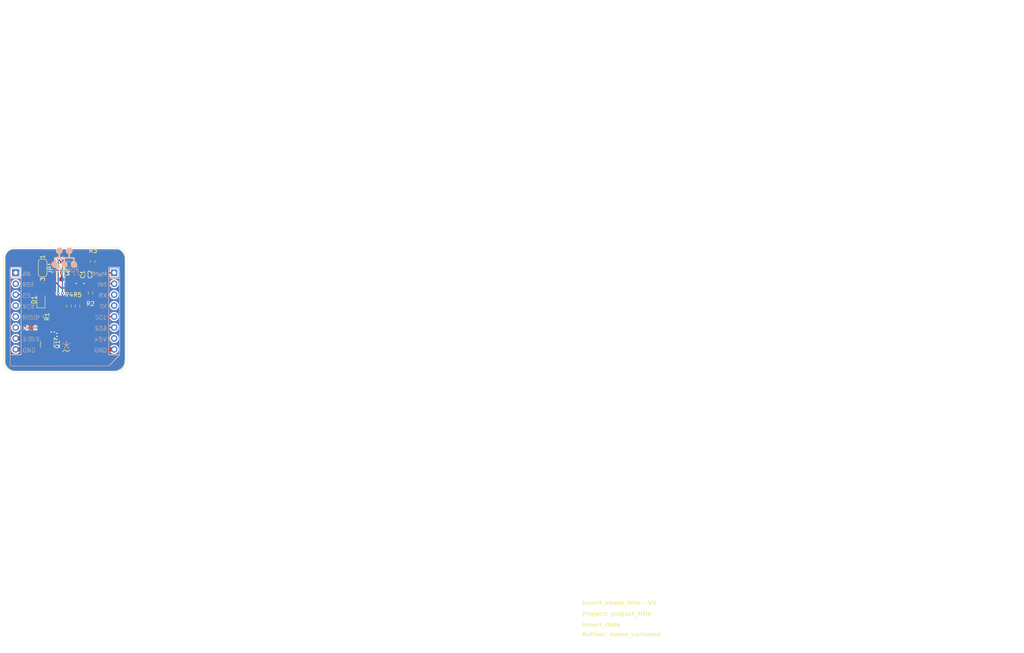
<source format=kicad_pcb>
(kicad_pcb (version 20241229) (generator "pcbnew") (generator_version "9.0")
  (title_block (title "insert_sheet_title") (date "insert_date") (rev "0") (company "University of Cape Town") (comment 1 "Project: project_title") (comment 2 "Author: name_surname"))
  (layers (0 "F.Cu" signal) (2 "B.Cu" power) (13 "F.Paste" user) (15 "B.Paste" user) (5 "F.SilkS" user "F.Silkscreen") (7 "B.SilkS" user "B.Silkscreen") (1 "F.Mask" user) (3 "B.Mask" user) (25 "Edge.Cuts" user))
  (net 0 "")
  (net 1 "Net-(JP1-C)")
  (net 2 "GND1")
  (net 3 "+3V3")
  (net 4 "Net-(D1-K)")
  (net 5 "Net-(U1B-INT1)")
  (net 6 "Net-(U1B-PWM)")
  (net 7 "/I2C_SCL")
  (net 11 "/IMU_EN")
  (net 12 "GND")
  (net 18 "/I2C_SDA")
  (footprint "Package_TO_SOT_SMD:SOT-23-3" (layer "F.Cu") (at 130.2252 89.8475 -90)
    (property "Reference" "Q1" (at 0 -2.4 90) (layer "F.SilkS"))
    (property "Value" "NMOS")
    (fp_line (start 0 1.56) (end -0.8 1.56) (stroke (width 0.12)) (layer "F.SilkS"))
    (fp_line (start 0 1.56) (end 0.8 1.56) (stroke (width 0.12)) (layer "F.SilkS"))
    (fp_line (start 0 -1.56) (end -0.8 -1.56) (stroke (width 0.12)) (layer "F.SilkS"))
    (fp_line (start 0 -1.56) (end 0.8 -1.56) (stroke (width 0.12)) (layer "F.SilkS"))
    (fp_poly (pts (xy -1.3 -1.51) (xy -1.54 -1.84) (xy -1.06 -1.84)) (stroke (width 0.12)) (fill yes) (layer "F.SilkS"))
    (pad "1" smd roundrect (at -1.1375 -0.95 270) (size 1.325 0.6) (layers "F.Cu" "F.Mask" "F.Paste") (net 2 "GND1"))
    (pad "2" smd roundrect (at -1.1375 0.95 270) (size 1.325 0.6) (layers "F.Cu" "F.Mask" "F.Paste") (net 11 "/IMU_EN"))
    (pad "3" smd roundrect (at 1.1375 0 270) (size 1.325 0.6) (layers "F.Cu" "F.Mask" "F.Paste") (net 12 "GND"))
  )
  (footprint "Resistor_SMD:R_0603_1608Metric_Pad0.98x0.95mm_HandSolder" (layer "F.Cu") (at 128.7752 83.4225 -90)
    (property "Reference" "R1" (at 0 -1.43 90) (layer "F.SilkS"))
    (property "Value" "R")
    (fp_line (start -0.254724 0.5225) (end 0.254724 0.5225) (stroke (width 0.12)) (layer "F.SilkS"))
    (fp_line (start -0.254724 -0.5225) (end 0.254724 -0.5225) (stroke (width 0.12)) (layer "F.SilkS"))
    (pad "1" smd roundrect (at -0.9125 0 270) (size 0.975 0.95) (layers "F.Cu" "F.Mask" "F.Paste") (net 4 "Net-(D1-K)"))
    (pad "2" smd roundrect (at 0.9125 0 270) (size 0.975 0.95) (layers "F.Cu" "F.Mask" "F.Paste") (net 2 "GND1"))
  )
  (footprint "Resistor_SMD:R_0603_1608Metric_Pad0.98x0.95mm_HandSolder" (layer "F.Cu") (at 140.2752 77.9225 90)
    (property "Reference" "R2" (at -2.5 0 0) (layer "F.SilkS"))
    (property "Value" "10k" (hide yes))
    (fp_line (start -0.254724 -0.5225) (end 0.254724 -0.5225) (stroke (width 0.12)) (layer "F.SilkS"))
    (fp_line (start -0.254724 0.5225) (end 0.254724 0.5225) (stroke (width 0.12)) (layer "F.SilkS"))
    (pad "1" smd roundrect (at -0.9125 0 90) (size 0.975 0.95) (layers "F.Cu" "F.Mask" "F.Paste") (net 3 "+3V3"))
    (pad "2" smd roundrect (at 0.9125 0 90) (size 0.975 0.95) (layers "F.Cu" "F.Mask" "F.Paste") (net 5 "Net-(U1B-INT1)"))
  )
  (footprint "ICM-42688-P:ICM-42688-P" (layer "F.Cu") (at 133.9127 71.81)
    (property "Reference" "U2" (at -0.225 0 0) (layer "F.SilkS") (effects (font (size 1.27 1.27) (thickness 0.254))))
    (property "Value" "ICM-42688-P" (hide yes))
    (fp_line (start -1.9 -0.8) (end -1.9 -0.8) (stroke (width 0.1)) (layer "F.SilkS"))
    (fp_line (start -1.9 -0.7) (end -1.9 -0.7) (stroke (width 0.1)) (layer "F.SilkS"))
    (fp_line (start -1.5 -1.25) (end -0.8 -1.25) (stroke (width 0.1)) (layer "F.SilkS"))
    (fp_line (start -1.5 -1) (end -1.5 -1.25) (stroke (width 0.1)) (layer "F.SilkS"))
    (fp_line (start -1.5 1.1) (end -1.5 1.25) (stroke (width 0.1)) (layer "F.SilkS"))
    (fp_line (start -1.5 1.25) (end -0.8 1.25) (stroke (width 0.1)) (layer "F.SilkS"))
    (fp_line (start 0.8 -1.25) (end 1.5 -1.25) (stroke (width 0.1)) (layer "F.SilkS"))
    (fp_line (start 0.8 1.25) (end 1.5 1.25) (stroke (width 0.1)) (layer "F.SilkS"))
    (fp_line (start 1.5 -1.25) (end 1.5 -1) (stroke (width 0.1)) (layer "F.SilkS"))
    (fp_line (start 1.5 1.25) (end 1.5 1) (stroke (width 0.1)) (layer "F.SilkS"))
    (fp_arc (start -1.9 -0.8) (mid -1.85 -0.75) (end -1.9 -0.7) (stroke (width 0.1)) (layer "F.SilkS"))
    (fp_arc (start -1.9 -0.7) (mid -1.95 -0.75) (end -1.9 -0.8) (stroke (width 0.1)) (layer "F.SilkS"))
    (pad "1" smd rect (at -1.15 -0.75 90) (size 0.3 0.6) (layers "F.Cu" "F.Mask" "F.Paste") (net 1 "Net-(JP1-C)"))
    (pad "2" smd rect (at -1.15 -0.25 90) (size 0.3 0.6) (layers "F.Cu" "F.Mask" "F.Paste"))
    (pad "3" smd rect (at -1.15 0.25 90) (size 0.3 0.6) (layers "F.Cu" "F.Mask" "F.Paste"))
    (pad "4" smd rect (at -1.15 0.75 90) (size 0.3 0.6) (layers "F.Cu" "F.Mask" "F.Paste") (net 5 "Net-(U1B-INT1)"))
    (pad "5" smd rect (at -0.5 0.9) (size 0.3 0.6) (layers "F.Cu" "F.Mask" "F.Paste") (net 3 "+3V3"))
    (pad "6" smd rect (at 0 0.9) (size 0.3 0.6) (layers "F.Cu" "F.Mask" "F.Paste") (net 2 "GND1"))
    (pad "7" smd rect (at 0.5 0.9) (size 0.3 0.6) (layers "F.Cu" "F.Mask" "F.Paste") (net 2 "GND1"))
    (pad "8" smd rect (at 1.15 0.75 90) (size 0.3 0.6) (layers "F.Cu" "F.Mask" "F.Paste") (net 3 "+3V3"))
    (pad "9" smd rect (at 1.15 0.25 90) (size 0.3 0.6) (layers "F.Cu" "F.Mask" "F.Paste") (net 6 "Net-(U1B-PWM)"))
    (pad "10" smd rect (at 1.15 -0.25 90) (size 0.3 0.6) (layers "F.Cu" "F.Mask" "F.Paste"))
    (pad "11" smd rect (at 1.15 -0.75 90) (size 0.3 0.6) (layers "F.Cu" "F.Mask" "F.Paste") (net 2 "GND1"))
    (pad "12" smd rect (at 0.5 -0.9) (size 0.3 0.6) (layers "F.Cu" "F.Mask" "F.Paste") (net 3 "+3V3"))
    (pad "13" smd rect (at 0 -0.9) (size 0.3 0.6) (layers "F.Cu" "F.Mask" "F.Paste") (net 7 "/I2C_SCL"))
    (pad "14" smd rect (at -0.5 -0.9) (size 0.3 0.6) (layers "F.Cu" "F.Mask" "F.Paste") (net 18 "/I2C_SDA"))
  )
  (footprint "Jumper:SolderJumper-3_P1.3mm_Open_RoundedPad1.0x1.5mm_NumberLabels" (layer "F.Cu") (at 129.1752 72.11 -90)
    (property "Reference" "JP1" (at 0 -1.8 90) (layer "F.SilkS"))
    (property "Value" "SolderJumper_3_Open" (hide yes))
    (fp_line (start 1.4 1) (end -1.4 1) (stroke (width 0.12)) (layer "F.SilkS"))
    (fp_line (start -2.05 0.3) (end -2.05 -0.3) (stroke (width 0.12)) (layer "F.SilkS"))
    (fp_line (start 2.05 -0.3) (end 2.05 0.3) (stroke (width 0.12)) (layer "F.SilkS"))
    (fp_line (start -1.4 -1) (end 1.4 -1) (stroke (width 0.12)) (layer "F.SilkS"))
    (fp_arc (start -1.35 1) (mid -1.844975 0.794975) (end -2.05 0.3) (stroke (width 0.12)) (layer "F.SilkS"))
    (fp_arc (start 2.05 0.3) (mid 1.844975 0.794975) (end 1.35 1) (stroke (width 0.12)) (layer "F.SilkS"))
    (fp_arc (start -2.05 -0.3) (mid -1.844975 -0.794975) (end -1.35 -1) (stroke (width 0.12)) (layer "F.SilkS"))
    (fp_arc (start 1.35 -1) (mid 1.844975 -0.794975) (end 2.05 -0.3) (stroke (width 0.12)) (layer "F.SilkS"))
    (fp_text user "1" (at -2.6 0 90) (layer "F.SilkS"))
    (fp_text user "3" (at 2.6 0 90) (layer "F.SilkS"))
    (pad "1" smd custom (at -1.3 0 270) (size 1 0.5) (layers "F.Cu" "F.Mask") (net 3 "+3V3") (options (clearance outline) (anchor rect)) (primitives (gr_circle (center 0 0.25) (end 0.5 0.25) (width 0) (fill yes)) (gr_circle (center 0 -0.25) (end 0.5 -0.25) (width 0) (fill yes)) (gr_poly (pts (xy 0.55 0.75) (xy 0 0.75) (xy 0 -0.75) (xy 0.55 -0.75)) (width 0) (fill yes))))
    (pad "2" smd rect (at 0 0 270) (size 1 1.5) (layers "F.Cu" "F.Mask") (net 1 "Net-(JP1-C)"))
    (pad "3" smd custom (at 1.3 0 270) (size 1 0.5) (layers "F.Cu" "F.Mask") (net 2 "GND1") (options (clearance outline) (anchor rect)) (primitives (gr_circle (center 0 0.25) (end 0.5 0.25) (width 0) (fill yes)) (gr_circle (center 0 -0.25) (end 0.5 -0.25) (width 0) (fill yes)) (gr_poly (pts (xy 0 0.75) (xy -0.55 0.75) (xy -0.55 -0.75) (xy 0 -0.75)) (width 0) (fill yes))))
  )
  (footprint "Capacitor_SMD:C_0603_1608Metric_Pad1.08x0.95mm_HandSolder" (layer "F.Cu") (at 137.0252 73.6225 -90)
    (property "Reference" "C1" (at 0 -1.43 90) (layer "F.SilkS"))
    (property "Value" "100nF" (hide yes))
    (fp_line (start -0.146267 0.51) (end 0.146267 0.51) (stroke (width 0.12)) (layer "F.SilkS"))
    (fp_line (start -0.146267 -0.51) (end 0.146267 -0.51) (stroke (width 0.12)) (layer "F.SilkS"))
    (pad "1" smd roundrect (at -0.8625 0 270) (size 1.075 0.95) (layers "F.Cu" "F.Mask" "F.Paste") (net 3 "+3V3"))
    (pad "2" smd roundrect (at 0.8625 0 270) (size 1.075 0.95) (layers "F.Cu" "F.Mask" "F.Paste") (net 2 "GND1"))
  )
  (footprint "LED_SMD:LED_0805_2012Metric_Pad1.15x1.40mm_HandSolder" (layer "F.Cu") (at 128.7752 79.51 90)
    (property "Reference" "D1" (at 0 -1.65 90) (layer "F.SilkS"))
    (property "Value" "LED")
    (fp_line (start 1 -0.96) (end -1.86 -0.96) (stroke (width 0.12)) (layer "F.SilkS"))
    (fp_line (start -1.86 -0.96) (end -1.86 0.96) (stroke (width 0.12)) (layer "F.SilkS"))
    (fp_line (start -1.86 0.96) (end 1 0.96) (stroke (width 0.12)) (layer "F.SilkS"))
    (pad "1" smd roundrect (at -1.025 0 90) (size 1.15 1.4) (layers "F.Cu" "F.Mask" "F.Paste") (roundrect_rratio 0.217391) (net 4 "Net-(D1-K)"))
    (pad "2" smd roundrect (at 1.025 0 90) (size 1.15 1.4) (layers "F.Cu" "F.Mask" "F.Paste") (roundrect_rratio 0.217391) (net 3 "+3V3"))
  )
  (footprint "Capacitor_SMD:C_0603_1608Metric_Pad1.08x0.95mm_HandSolder" (layer "F.Cu") (at 134.4127 74.76)
    (property "Reference" "C3" (at 0 -1.43 0) (layer "F.SilkS"))
    (property "Value" "10nF" (hide yes))
    (fp_line (start -0.146267 -0.51) (end 0.146267 -0.51) (stroke (width 0.12)) (layer "F.SilkS"))
    (fp_line (start -0.146267 0.51) (end 0.146267 0.51) (stroke (width 0.12)) (layer "F.SilkS"))
    (pad "1" smd roundrect (at -0.8625 0) (size 1.075 0.95) (layers "F.Cu" "F.Mask" "F.Paste") (net 3 "+3V3"))
    (pad "2" smd roundrect (at 0.8625 0) (size 1.075 0.95) (layers "F.Cu" "F.Mask" "F.Paste") (net 2 "GND1"))
  )
  (footprint "Capacitor_SMD:C_0603_1608Metric_Pad1.08x0.95mm_HandSolder" (layer "F.Cu") (at 138.7752 73.6225 -90)
    (property "Reference" "C2" (at 0 -1.43 90) (layer "F.SilkS"))
    (property "Value" "2uF2" (hide yes))
    (fp_line (start -0.146267 0.51) (end 0.146267 0.51) (stroke (width 0.12)) (layer "F.SilkS"))
    (fp_line (start -0.146267 -0.51) (end 0.146267 -0.51) (stroke (width 0.12)) (layer "F.SilkS"))
    (pad "1" smd roundrect (at -0.8625 0 270) (size 1.075 0.95) (layers "F.Cu" "F.Mask" "F.Paste") (net 3 "+3V3"))
    (pad "2" smd roundrect (at 0.8625 0 270) (size 1.075 0.95) (layers "F.Cu" "F.Mask" "F.Paste") (net 2 "GND1"))
  )
  (footprint "mikroBUS:MIKROBUS_HOST_CONN" (layer "F.Cu") (at 122.9152 73.23)
    (property "Reference" "U1" (hide yes))
    (property "Value" "~" (at 11.8 18 0) (layer "F.SilkS") (effects (font (size 4 3.5))))
    (fp_line (start -2.54 -3.175) (end -2.54 20.32) (stroke (width 0.127)) (layer "F.SilkS"))
    (fp_line (start -1.27 -1.27) (end -1.27 1.27) (stroke (width 0.127)) (layer "F.SilkS"))
    (fp_line (start -1.27 1.27) (end -1.27 19.05) (stroke (width 0.127)) (layer "F.SilkS"))
    (fp_line (start -1.27 1.27) (end 1.27 1.27) (stroke (width 0.127)) (layer "F.SilkS"))
    (fp_line (start -1.27 19.05) (end 1.27 19.05) (stroke (width 0.127)) (layer "F.SilkS"))
    (fp_line (start 0 22.86) (end 22.86 22.86) (stroke (width 0.127)) (layer "F.SilkS"))
    (fp_line (start 1.27 -1.27) (end -1.27 -1.27) (stroke (width 0.127)) (layer "F.SilkS"))
    (fp_line (start 1.27 1.27) (end 1.27 -1.27) (stroke (width 0.127)) (layer "F.SilkS"))
    (fp_line (start 1.27 19.05) (end 1.27 1.27) (stroke (width 0.127)) (layer "F.SilkS"))
    (fp_line (start 9.096 -3.429) (end 9.096 -1.905) (stroke (width 0.3048)) (layer "F.SilkS"))
    (fp_line (start 9.096 -3.429) (end 10.112 -3.429) (stroke (width 0.3048)) (layer "F.SilkS"))
    (fp_line (start 10.112 -3.429) (end 10.112 -5.08) (stroke (width 0.3048)) (layer "F.SilkS"))
    (fp_line (start 10.112 -3.429) (end 11.255 -3.429) (stroke (width 0.3048)) (layer "F.SilkS"))
    (fp_line (start 11.255 -3.429) (end 11.255 -1.905) (stroke (width 0.3048)) (layer "F.SilkS"))
    (fp_line (start 11.255 -3.429) (end 12.398 -3.429) (stroke (width 0.3048)) (layer "F.SilkS"))
    (fp_line (start 12.398 -3.429) (end 12.398 -5.08) (stroke (width 0.3048)) (layer "F.SilkS"))
    (fp_line (start 12.398 -3.429) (end 13.541 -3.429) (stroke (width 0.3048)) (layer "F.SilkS"))
    (fp_line (start 13.541 -3.429) (end 13.541 -1.905) (stroke (width 0.3048)) (layer "F.SilkS"))
    (fp_line (start 21.59 -1.27) (end 21.59 1.27) (stroke (width 0.127)) (layer "F.SilkS"))
    (fp_line (start 21.59 -1.27) (end 24.13 -1.27) (stroke (width 0.127)) (layer "F.SilkS"))
    (fp_line (start 21.59 1.27) (end 21.59 19.05) (stroke (width 0.127)) (layer "F.SilkS"))
    (fp_line (start 21.59 1.27) (end 24.13 1.27) (stroke (width 0.127)) (layer "F.SilkS"))
    (fp_line (start 21.59 19.05) (end 24.13 19.05) (stroke (width 0.127)) (layer "F.SilkS"))
    (fp_line (start 24.13 -1.27) (end 24.13 19.05) (stroke (width 0.127)) (layer "F.SilkS"))
    (fp_line (start 24.13 19.05) (end 21.6 21.64) (stroke (width 0.127)) (layer "F.SilkS"))
    (fp_line (start 25.4 -3.175) (end 25.4 20.32) (stroke (width 0.127)) (layer "F.SilkS"))
    (fp_arc (start -2.54 -3.175) (mid -1.796051 -4.971051) (end 0 -5.715) (stroke (width 0.127)) (layer "F.SilkS"))
    (fp_arc (start 0 22.86) (mid -1.796051 22.116051) (end -2.54 20.32) (stroke (width 0.127)) (layer "F.SilkS"))
    (fp_arc (start 22.86 -5.715) (mid 24.656051 -4.971051) (end 25.4 -3.175) (stroke (width 0.127)) (layer "F.SilkS"))
    (fp_arc (start 25.4 20.32) (mid 24.656051 22.116051) (end 22.86 22.86) (stroke (width 0.127)) (layer "F.SilkS"))
    (fp_arc (start 25.4 20.32) (mid 24.656051 22.116051) (end 22.86 22.86) (stroke (width 0.127)) (layer "F.SilkS"))
    (fp_circle (center 9.096 -1.905) (end 9.3246 -1.905) (stroke (width 0.508)) (fill no) (layer "F.SilkS"))
    (fp_circle (center 10.112 -5.08) (end 10.3406 -5.08) (stroke (width 0.508)) (fill no) (layer "F.SilkS"))
    (fp_circle (center 11.255 -1.905) (end 11.4836 -1.905) (stroke (width 0.508)) (fill no) (layer "F.SilkS"))
    (fp_circle (center 12.398 -5.08) (end 12.6266 -5.08) (stroke (width 0.508)) (fill no) (layer "F.SilkS"))
    (fp_circle (center 13.541 -1.905) (end 13.7696 -1.905) (stroke (width 0.508)) (fill no) (layer "F.SilkS"))
    (fp_line (start -1.28 19.03) (end -1.28 21.65) (stroke (width 0.127)) (layer "B.SilkS"))
    (fp_line (start -1.28 21.65) (end 21.59 21.63) (stroke (width 0.127)) (layer "B.SilkS"))
    (fp_line (start -1.27 -1.27) (end -1.27 1.27) (stroke (width 0.127)) (layer "B.SilkS"))
    (fp_line (start -1.27 1.27) (end -1.27 19.05) (stroke (width 0.127)) (layer "B.SilkS"))
    (fp_line (start -1.27 1.27) (end 1.27 1.27) (stroke (width 0.127)) (layer "B.SilkS"))
    (fp_line (start -1.27 19.05) (end 1.27 19.05) (stroke (width 0.127)) (layer "B.SilkS"))
    (fp_line (start 1.27 -1.27) (end -1.27 -1.27) (stroke (width 0.127)) (layer "B.SilkS"))
    (fp_line (start 1.27 1.27) (end 1.27 -1.27) (stroke (width 0.127)) (layer "B.SilkS"))
    (fp_line (start 1.27 19.05) (end 1.27 1.27) (stroke (width 0.127)) (layer "B.SilkS"))
    (fp_line (start 9.049 -3.4798) (end 9.049 -1.9558) (stroke (width 0.3048)) (layer "B.SilkS"))
    (fp_line (start 10.192 -3.4798) (end 9.049 -3.4798) (stroke (width 0.3048)) (layer "B.SilkS"))
    (fp_line (start 10.192 -3.4798) (end 10.192 -5.1308) (stroke (width 0.3048)) (layer "B.SilkS"))
    (fp_line (start 11.335 -3.4798) (end 10.192 -3.4798) (stroke (width 0.3048)) (layer "B.SilkS"))
    (fp_line (start 11.335 -3.4798) (end 11.335 -1.9558) (stroke (width 0.3048)) (layer "B.SilkS"))
    (fp_line (start 12.478 -3.4798) (end 11.335 -3.4798) (stroke (width 0.3048)) (layer "B.SilkS"))
    (fp_line (start 12.478 -3.4798) (end 12.478 -5.1308) (stroke (width 0.3048)) (layer "B.SilkS"))
    (fp_line (start 13.494 -3.4798) (end 12.478 -3.4798) (stroke (width 0.3048)) (layer "B.SilkS"))
    (fp_line (start 13.494 -3.4798) (end 13.494 -1.9558) (stroke (width 0.3048)) (layer "B.SilkS"))
    (fp_line (start 21.59 -1.27) (end 21.59 1.27) (stroke (width 0.127)) (layer "B.SilkS"))
    (fp_line (start 21.59 -1.27) (end 24.13 -1.27) (stroke (width 0.127)) (layer "B.SilkS"))
    (fp_line (start 21.59 1.27) (end 21.59 19.05) (stroke (width 0.127)) (layer "B.SilkS"))
    (fp_line (start 21.59 1.27) (end 24.13 1.27) (stroke (width 0.127)) (layer "B.SilkS"))
    (fp_line (start 21.59 19.05) (end 24.13 19.05) (stroke (width 0.127)) (layer "B.SilkS"))
    (fp_line (start 24.13 -1.27) (end 24.13 19.05) (stroke (width 0.127)) (layer "B.SilkS"))
    (fp_line (start 24.13 19.05) (end 21.59 21.64) (stroke (width 0.127)) (layer "B.SilkS"))
    (fp_circle (center 9.049 -1.9558) (end 9.2776 -1.9558) (stroke (width 0.508)) (fill no) (layer "B.SilkS"))
    (fp_circle (center 10.192 -5.1308) (end 10.4206 -5.1308) (stroke (width 0.508)) (fill no) (layer "B.SilkS"))
    (fp_circle (center 11.335 -1.9558) (end 11.5636 -1.9558) (stroke (width 0.508)) (fill no) (layer "B.SilkS"))
    (fp_circle (center 12.478 -5.1308) (end 12.7066 -5.1308) (stroke (width 0.508)) (fill no) (layer "B.SilkS"))
    (fp_circle (center 13.494 -1.9558) (end 13.7226 -1.9558) (stroke (width 0.508)) (fill no) (layer "B.SilkS"))
    (fp_text user "GND" (at 3.063809 18.015 0) (layer "F.SilkS") (effects (font (thickness 0.05))))
    (fp_text user "MOSI" (at 3.349524 12.935 0) (layer "F.SilkS") (effects (font (thickness 0.05))))
    (fp_text user "SCK" (at 3.01619 7.855 0) (layer "F.SilkS") (effects (font (thickness 0.05))))
    (fp_text user "INT" (at 19.997534 2.775 0) (layer "F.SilkS") (effects (font (thickness 0.05))))
    (fp_text user "CS" (at 2.51619 5.315 0) (layer "F.SilkS") (effects (font (thickness 0.05))))
    (fp_text user "MISO" (at 3.349524 10.395 0) (layer "F.SilkS") (effects (font (thickness 0.05))))
    (fp_text user "mikro~{BUS}" (at 11.2 -0.6 0) (layer "F.SilkS") (effects (font (thickness 0.05))))
    (fp_text user "+3V3" (at 3.54 15.475 0) (layer "F.SilkS") (effects (font (thickness 0.05))))
    (fp_text user "+5V" (at 19.616581 15.475 0) (layer "F.SilkS") (effects (font (thickness 0.05))))
    (fp_text user "RST" (at 2.897143 2.775 0) (layer "F.SilkS") (effects (font (thickness 0.05))))
    (fp_text user "TX" (at 20.283248 7.855 0) (layer "F.SilkS") (effects (font (thickness 0.05))))
    (fp_text user "PWM" (at 19.497534 0.362 0) (layer "F.SilkS") (effects (font (thickness 0.05))))
    (fp_text user "GND" (at 19.616581 18.015 0) (layer "F.SilkS") (effects (font (thickness 0.05))))
    (fp_text user "RX" (at 20.1642 5.315 0) (layer "F.SilkS") (effects (font (thickness 0.05))))
    (fp_text user "SDA" (at 19.735629 12.935 0) (layer "F.SilkS") (effects (font (thickness 0.05))))
    (fp_text user "SCL" (at 19.759438 10.395 0) (layer "F.SilkS") (effects (font (thickness 0.05))))
    (fp_text user "AN" (at 2.492381 0.235 0) (layer "F.SilkS") (effects (font (thickness 0.05))))
    (fp_text user "PWM" (at 19.6248 0.362 0) (layer "B.SilkS") (effects (font (thickness 0.05)) (justify mirror)))
    (fp_text user "RX" (at 20.291466 5.315 0) (layer "B.SilkS") (effects (font (thickness 0.05)) (justify mirror)))
    (fp_text user "GND" (at 3.119619 18.015 0) (layer "B.SilkS") (effects (font (thickness 0.05)) (justify mirror)))
    (fp_text user "+3V3" (at 3.59581 15.4496 0) (layer "B.SilkS") (effects (font (thickness 0.05)) (justify mirror)))
    (fp_text user "RST" (at 2.952953 2.775 0) (layer "B.SilkS") (effects (font (thickness 0.05)) (justify mirror)))
    (fp_text user "CS" (at 2.572 5.2896 0) (layer "B.SilkS") (effects (font (thickness 0.05)) (justify mirror)))
    (fp_text user "AN" (at 2.548191 0.235 0) (layer "B.SilkS") (effects (font (thickness 0.05)) (justify mirror)))
    (fp_text user "INT" (at 20.1248 2.775 0) (layer "B.SilkS") (effects (font (thickness 0.05)) (justify mirror)))
    (fp_text user "+5V" (at 19.743847 15.475 0) (layer "B.SilkS") (effects (font (thickness 0.05)) (justify mirror)))
    (fp_text user "TX" (at 20.410514 7.855 0) (layer "B.SilkS") (effects (font (thickness 0.05)) (justify mirror)))
    (fp_text user "*" (at 11.8 18 0) (layer "B.SilkS") (effects (font (size 4 3.5)) (justify mirror)))
    (fp_text user "MISO" (at 3.405334 10.3696 0) (layer "B.SilkS") (effects (font (thickness 0.05)) (justify mirror)))
    (fp_text user "GND" (at 19.743847 18.015 0) (layer "B.SilkS") (effects (font (thickness 0.05)) (justify mirror)))
    (fp_text user "SCK" (at 3.072 7.855 0) (layer "B.SilkS") (effects (font (thickness 0.05)) (justify mirror)))
    (fp_text user "SDA" (at 19.862895 12.935 0) (layer "B.SilkS") (effects (font (thickness 0.05)) (justify mirror)))
    (fp_text user "MOSI" (at 3.405334 12.935 0) (layer "B.SilkS") (effects (font (thickness 0.05)) (justify mirror)))
    (fp_text user "SCL" (at 19.886704 10.395 0) (layer "B.SilkS") (effects (font (thickness 0.05)) (justify mirror)))
    (fp_text user "mikro~{BUS}" (at 11.2 -0.6 0) (layer "B.SilkS") (effects (font (thickness 0.05)) (justify mirror)))
    (pad "P1" thru_hole rect (at 0 0) (size 1.6764 1.6764) (drill 0.889) (layers "*.Cu" "*.Mask"))
    (pad "P2" thru_hole circle (at 0 2.54) (size 1.524 1.524) (drill 0.889) (layers "*.Cu" "*.Mask"))
    (pad "P3" thru_hole circle (at 0 5.08) (size 1.524 1.524) (drill 0.889) (layers "*.Cu" "*.Mask") (net 11 "/IMU_EN"))
    (pad "P4" thru_hole circle (at 0 7.62) (size 1.524 1.524) (drill 0.889) (layers "*.Cu" "*.Mask"))
    (pad "P5" thru_hole circle (at 0 10.16) (size 1.524 1.524) (drill 0.889) (layers "*.Cu" "*.Mask"))
    (pad "P6" thru_hole circle (at 0 12.7) (size 1.524 1.524) (drill 0.889) (layers "*.Cu" "*.Mask"))
    (pad "P7" thru_hole circle (at 0 15.24) (size 1.524 1.524) (drill 0.889) (layers "*.Cu" "*.Mask") (net 3 "+3V3"))
    (pad "P8" thru_hole circle (at 0 17.78) (size 1.524 1.524) (drill 0.889) (layers "*.Cu" "*.Mask") (net 12 "GND"))
    (pad "P9" thru_hole circle (at 22.86 17.78) (size 1.524 1.524) (drill 0.889) (layers "*.Cu" "*.Mask") (net 12 "GND"))
    (pad "P10" thru_hole circle (at 22.86 15.24) (size 1.524 1.524) (drill 0.889) (layers "*.Cu" "*.Mask"))
    (pad "P11" thru_hole circle (at 22.86 12.7) (size 1.524 1.524) (drill 0.889) (layers "*.Cu" "*.Mask") (net 18 "/I2C_SDA"))
    (pad "P12" thru_hole circle (at 22.86 10.16) (size 1.524 1.524) (drill 0.889) (layers "*.Cu" "*.Mask") (net 7 "/I2C_SCL"))
    (pad "P13" thru_hole circle (at 22.86 7.62) (size 1.524 1.524) (drill 0.889) (layers "*.Cu" "*.Mask"))
    (pad "P14" thru_hole circle (at 22.86 5.08) (size 1.524 1.524) (drill 0.889) (layers "*.Cu" "*.Mask"))
    (pad "P15" thru_hole circle (at 22.86 2.54) (size 1.524 1.524) (drill 0.889) (layers "*.Cu" "*.Mask") (net 5 "Net-(U1B-INT1)"))
    (pad "P16" thru_hole rect (at 22.86 0) (size 1.524 1.524) (drill 0.889) (layers "*.Cu" "*.Mask") (net 6 "Net-(U1B-PWM)"))
  )
  (footprint "Resistor_SMD:R_0603_1608Metric_Pad0.98x0.95mm_HandSolder" (layer "F.Cu") (at 140.7752 70.5975 -90)
    (property "Reference" "R3" (at -2.5 -0.0875 180) (layer "F.SilkS"))
    (property "Value" "10k" (hide yes))
    (fp_line (start -0.254724 0.5225) (end 0.254724 0.5225) (stroke (width 0.12)) (layer "F.SilkS"))
    (fp_line (start -0.254724 -0.5225) (end 0.254724 -0.5225) (stroke (width 0.12)) (layer "F.SilkS"))
    (pad "1" smd roundrect (at -0.9125 0 270) (size 0.975 0.95) (layers "F.Cu" "F.Mask" "F.Paste") (net 3 "+3V3"))
    (pad "2" smd roundrect (at 0.9125 0 270) (size 0.975 0.95) (layers "F.Cu" "F.Mask" "F.Paste") (net 6 "Net-(U1B-PWM)"))
  )
  (footprint "Resistor_SMD:R_0603_1608Metric_Pad0.98x0.95mm_HandSolder" (layer "F.Cu") (at 135.2752 80.9225 -90)
    (property "Reference" "R4" (at -2.5875 0 0) (layer "F.SilkS"))
    (property "Value" "10k" (hide yes))
    (fp_line (start -0.254724 0.5225) (end 0.254724 0.5225) (stroke (width 0.12)) (layer "F.SilkS"))
    (fp_line (start -0.254724 -0.5225) (end 0.254724 -0.5225) (stroke (width 0.12)) (layer "F.SilkS"))
    (pad "1" smd roundrect (at -0.9125 0 270) (size 0.975 0.95) (layers "F.Cu" "F.Mask" "F.Paste") (net 3 "+3V3"))
    (pad "2" smd roundrect (at 0.9125 0 270) (size 0.975 0.95) (layers "F.Cu" "F.Mask" "F.Paste") (net 7 "/I2C_SCL"))
  )
  (footprint "Resistor_SMD:R_0603_1608Metric_Pad0.98x0.95mm_HandSolder" (layer "F.Cu") (at 137.2752 80.9225 -90)
    (property "Reference" "R5" (at -2.5875 0 180) (layer "F.SilkS"))
    (property "Value" "10k" (hide yes))
    (fp_line (start -0.254724 0.5225) (end 0.254724 0.5225) (stroke (width 0.12)) (layer "F.SilkS"))
    (fp_line (start -0.254724 -0.5225) (end 0.254724 -0.5225) (stroke (width 0.12)) (layer "F.SilkS"))
    (pad "1" smd roundrect (at -0.9125 0 270) (size 0.975 0.95) (layers "F.Cu" "F.Mask" "F.Paste") (net 3 "+3V3"))
    (pad "2" smd roundrect (at 0.9125 0 270) (size 0.975 0.95) (layers "F.Cu" "F.Mask" "F.Paste") (net 18 "/I2C_SDA"))
  )
  (gr_line (start 146.2752 96.51) (end 122.5252 96.51) (stroke (width 0.05)) (layer "Edge.Cuts"))
  (gr_arc (start 146.2752 67.277767) (mid 148.042967 68.01) (end 148.7752 69.777767) (stroke (width 0.05)) (layer "Edge.Cuts"))
  (gr_line (start 120.0252 69.7778) (end 120.0252 94.01) (stroke (width 0.05)) (layer "Edge.Cuts"))
  (gr_line (start 146.2752 67.277767) (end 122.543 67.26) (stroke (width 0.05)) (layer "Edge.Cuts"))
  (gr_arc (start 120.0252 69.777767) (mid 120.762637 67.997437) (end 122.542967 67.26) (stroke (width 0.05)) (layer "Edge.Cuts"))
  (gr_arc (start 122.5252 96.51) (mid 120.757433 95.777767) (end 120.0252 94.01) (stroke (width 0.05)) (layer "Edge.Cuts"))
  (gr_line (start 148.7752 69.76) (end 148.7752 94.01) (stroke (width 0.05)) (layer "Edge.Cuts"))
  (gr_arc (start 148.7752 94.01) (mid 148.042967 95.777767) (end 146.2752 96.51) (stroke (width 0.05)) (layer "Edge.Cuts"))
  (gr_text "${COMMENT2}" (at 254.2752 157.81 0) (layer "F.SilkS") (effects (font (size 1 1) (thickness 0.2) (bold yes)) (justify left bottom)))
  (gr_text "${COMMENT1}" (at 254.35 152.5 0) (layer "F.SilkS") (effects (font (size 1 1) (thickness 0.15) (bold yes)) (justify left)))
  (gr_text "${ISSUE_DATE}" (at 254.388556 155.6 0) (layer "F.SilkS") (effects (font (size 1 1) (thickness 0.2) (bold yes)) (justify left bottom)))
  (gr_text "${TITLE} - V${REVISION}" (at 254.388556 149.95 -0) (layer "F.SilkS") (effects (font (size 1 1) (thickness 0.2) (bold yes)) (justify left)))
  (segment (start 135.2752 74.76) (end 135.2752 73.61) (width 0.5) (layer "F.Cu") (net 2))
  (segment (start 138.7752 74.485) (end 138.7752 75.71) (width 0.5) (layer "F.Cu") (net 2))
  (segment (start 137.0252 74.485) (end 137.0252 75.66) (width 0.5) (layer "F.Cu") (net 2))
  (segment (start 128.7752 84.335) (end 128.7752 84.61) (width 0.5) (layer "F.Cu") (net 2))
  (segment (start 137.0252 75.66) (end 136.9752 75.71) (width 0.5) (layer "F.Cu") (net 2))
  (segment (start 135.7252 71.06) (end 136.0252 70.76) (width 0.3) (layer "F.Cu") (net 2))
  (segment (start 128.7752 84.61) (end 131.1752 87.01) (width 0.5) (layer "F.Cu") (net 2))
  (segment (start 135.0627 71.06) (end 135.7252 71.06) (width 0.3) (layer "F.Cu") (net 2))
  (via (at 136.0252 70.76) (size 0.6) (drill 0.3) (layers "F.Cu" "B.Cu") (net 2))
  (via (at 132.4752 87.31) (size 0.6) (drill 0.3) (layers "F.Cu" "B.Cu") (net 2))
  (via (at 135.2752 73.61) (size 0.6) (drill 0.3) (layers "F.Cu" "B.Cu") (net 2))
  (via (at 131.1752 87.01) (size 0.6) (drill 0.3) (layers "F.Cu" "B.Cu") (net 2))
  (via (at 138.7752 75.71) (size 0.6) (drill 0.3) (layers "F.Cu" "B.Cu") (net 2))
  (via (at 132.4752 88.01) (size 0.6) (drill 0.3) (layers "F.Cu" "B.Cu") (net 2))
  (via (at 132.4752 88.71) (size 0.6) (drill 0.3) (layers "F.Cu" "B.Cu") (net 2))
  (via (at 136.9752 75.71) (size 0.6) (drill 0.3) (layers "F.Cu" "B.Cu") (net 2))
  (via (at 131.8752 87.01) (size 0.6) (drill 0.3) (layers "F.Cu" "B.Cu") (net 2))
  (segment (start 126.5002 78.485) (end 126.4752 78.51) (width 0.5) (layer "F.Cu") (net 3))
  (segment (start 122.9152 88.47) (end 125.5152 88.47) (width 1) (layer "F.Cu") (net 3))
  (segment (start 126.4752 78.51) (end 126.4752 70.91) (width 1) (layer "F.Cu") (net 3))
  (segment (start 126.4752 87.51) (end 126.4752 84.91) (width 1) (layer "F.Cu") (net 3))
  (segment (start 128.7752 78.485) (end 126.5002 78.485) (width 0.5) (layer "F.Cu") (net 3))
  (segment (start 126.4752 80.01) (end 126.4752 78.51) (width 1) (layer "F.Cu") (net 3))
  (segment (start 136.0752 72.56) (end 136.2752 72.76) (width 0.3) (layer "F.Cu") (net 3))
  (segment (start 126.4752 70.11) (end 127.5752 69.01) (width 1) (layer "F.Cu") (net 3))
  (segment (start 126.4752 84.91) (end 126.4752 80.01) (width 1) (layer "F.Cu") (net 3))
  (segment (start 126.4752 70.91) (end 126.4752 70.11) (width 1) (layer "F.Cu") (net 3))
  (segment (start 136.2752 72.76) (end 137.0252 72.76) (width 0.3) (layer "F.Cu") (net 3))
  (segment (start 140.1002 69.01) (end 140.7752 69.685) (width 1) (layer "F.Cu") (net 3))
  (segment (start 133.4127 73.3975) (end 133.5502 73.535) (width 0.3) (layer "F.Cu") (net 3))
  (segment (start 133.4127 72.71) (end 133.4127 73.3975) (width 0.3) (layer "F.Cu") (net 3))
  (segment (start 127.5752 69.01) (end 140.1002 69.01) (width 1) (layer "F.Cu") (net 3))
  (segment (start 126.4752 84.785) (end 126.4752 84.91) (width 0.5) (layer "F.Cu") (net 3))
  (segment (start 133.5502 73.535) (end 133.5502 74.76) (width 0.3) (layer "F.Cu") (net 3))
  (segment (start 125.5152 88.47) (end 126.4752 87.51) (width 1) (layer "F.Cu") (net 3))
  (segment (start 126.5127 70.9475) (end 126.4752 70.91) (width 0.3) (layer "F.Cu") (net 3))
  (segment (start 138.7752 72.76) (end 137.0252 72.76) (width 0.5) (layer "F.Cu") (net 3))
  (segment (start 135.0627 72.56) (end 136.0752 72.56) (width 0.3) (layer "F.Cu") (net 3))
  (segment (start 128.7752 80.535) (end 128.7752 82.51) (width 0.5) (layer "F.Cu") (net 4))
  (segment (start 132.7627 72.56) (end 132.2252 72.56) (width 0.3) (layer "F.Cu") (net 5))
  (segment (start 132.0252 75.26) (end 133.5252 76.76) (width 0.3) (layer "F.Cu") (net 5))
  (segment (start 143.0152 75.77) (end 145.7752 75.77) (width 0.3) (layer "F.Cu") (net 5))
  (segment (start 132.2252 72.56) (end 132.0252 72.76) (width 0.3) (layer "F.Cu") (net 5))
  (segment (start 133.5252 76.76) (end 142.0252 76.76) (width 0.3) (layer "F.Cu") (net 5))
  (segment (start 142.0252 76.76) (end 143.0152 75.77) (width 0.3) (layer "F.Cu") (net 5))
  (segment (start 132.0252 72.76) (end 132.0252 75.26) (width 0.3) (layer "F.Cu") (net 5))
  (segment (start 135.0627 72.06) (end 135.7252 72.06) (width 0.3) (layer "F.Cu") (net 6))
  (segment (start 136.2752 71.51) (end 141.2752 71.51) (width 0.3) (layer "F.Cu") (net 6))
  (segment (start 141.2752 71.51) (end 142.9952 73.23) (width 0.3) (layer "F.Cu") (net 6))
  (segment (start 142.9952 73.23) (end 145.7752 73.23) (width 0.3) (layer "F.Cu") (net 6))
  (segment (start 135.7252 72.06) (end 136.2752 71.51) (width 0.3) (layer "F.Cu") (net 6))
  (segment (start 133.9127 70.1475) (end 133.7752 70.01) (width 0.3) (layer "F.Cu") (net 7))
  (segment (start 133.9127 70.91) (end 133.9127 70.1475) (width 0.3) (layer "F.Cu") (net 7))
  (segment (start 137.1552 83.39) (end 145.7752 83.39) (width 0.3) (layer "F.Cu") (net 7))
  (segment (start 133.7752 78.01) (end 133.7752 80.01) (width 0.3) (layer "F.Cu") (net 7))
  (segment (start 133.7752 80.01) (end 137.1552 83.39) (width 0.3) (layer "F.Cu") (net 7))
  (via (at 133.7752 70.01) (size 0.6) (drill 0.3) (layers "F.Cu" "B.Cu") (net 7))
  (via (at 133.7752 78.01) (size 0.6) (drill 0.3) (layers "F.Cu" "B.Cu") (net 7))
  (segment (start 133.7752 70.01) (end 133.7752 77.51) (width 0.3) (layer "B.Cu") (net 7))
  (segment (start 133.7752 77.51) (end 133.7752 78.01) (width 0.3) (layer "B.Cu") (net 7))
  (segment (start 129.2752 87.21) (end 129.2752 88.71) (width 0.3) (layer "F.Cu") (net 11))
  (segment (start 124.1752 78.31) (end 124.7752 78.91) (width 0.3) (layer "F.Cu") (net 11))
  (segment (start 127.4752 86.01) (end 128.0752 86.01) (width 0.3) (layer "F.Cu") (net 11))
  (segment (start 128.0752 86.01) (end 129.2752 87.21) (width 0.3) (layer "F.Cu") (net 11))
  (segment (start 122.9152 78.31) (end 124.1752 78.31) (width 0.3) (layer "F.Cu") (net 11))
  (segment (start 124.7752 78.91) (end 124.7752 85.31) (width 0.3) (layer "F.Cu") (net 11))
  (segment (start 124.7752 85.31) (end 125.4752 86.01) (width 0.3) (layer "F.Cu") (net 11))
  (via (at 125.4752 86.01) (size 0.6) (drill 0.3) (layers "F.Cu" "B.Cu") (net 11))
  (via (at 127.4752 86.01) (size 0.6) (drill 0.3) (layers "F.Cu" "B.Cu") (net 11))
  (segment (start 125.4752 86.01) (end 127.4752 86.01) (width 0.3) (layer "B.Cu") (net 11))
  (segment (start 127.4752 86.01) (end 127.4752 86.11) (width 0.3) (layer "B.Cu") (net 11))
  (segment (start 145.7752 91.01) (end 130.2502 91.01) (width 1) (layer "F.Cu") (net 12))
  (segment (start 130.2502 91.01) (end 130.2252 90.985) (width 1) (layer "F.Cu") (net 12))
  (segment (start 130.2002 91.01) (end 130.2252 90.985) (width 1) (layer "F.Cu") (net 12))
  (segment (start 122.9152 91.01) (end 130.2002 91.01) (width 1) (layer "F.Cu") (net 12))
  (segment (start 132.7752 78.01) (end 132.7752 80.661346) (width 0.3) (layer "F.Cu") (net 18))
  (segment (start 138.043854 85.93) (end 145.7752 85.93) (width 0.3) (layer "F.Cu") (net 18))
  (segment (start 133.4127 70.6475) (end 132.7752 70.01) (width 0.3) (layer "F.Cu") (net 18))
  (segment (start 132.7752 80.661346) (end 138.043854 85.93) (width 0.3) (layer "F.Cu") (net 18))
  (segment (start 133.4127 70.91) (end 133.4127 70.6475) (width 0.3) (layer "F.Cu") (net 18))
  (via (at 132.7752 70.01) (size 0.6) (drill 0.3) (layers "F.Cu" "B.Cu") (net 18))
  (via (at 132.7752 78.01) (size 0.6) (drill 0.3) (layers "F.Cu" "B.Cu") (net 18))
  (segment (start 132.7752 70.01) (end 132.7752 78.01) (width 0.3) (layer "B.Cu") (net 18))
  (zone (net 2) (net_name "GND1") (layer "F.Cu") (priority 1) (connect_pads (clearance 0.3)) (min_thickness 0.25) (fill yes (thermal_gap 0.5) (thermal_bridge_width 0.5))
    (polygon (pts (xy 133.0252 89.51) (xy 133.0252 86.51) (xy 130.5252 86.51) (xy 130.5252 89.51)))
  )
  (zone (net 2) (net_name "GND1") (layer "B.Cu") (connect_pads (clearance 0.3)) (min_thickness 0.25) (fill yes (thermal_gap 0.5) (thermal_bridge_width 0.5))
    (polygon (pts (xy 150.7752 65.01) (xy 150.7752 96.51) (xy 119.2752 96.51) (xy 119.2752 65.01)))
  )
)
</source>
